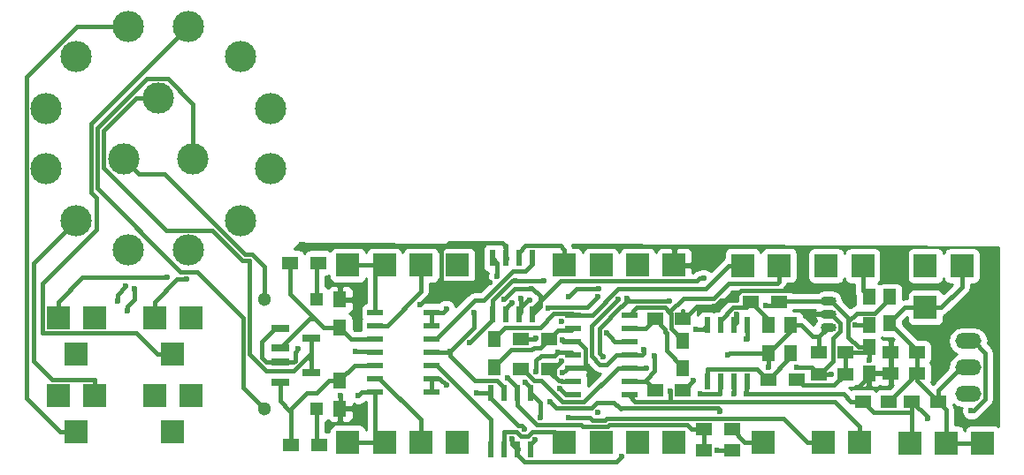
<source format=gtl>
G04 #@! TF.FileFunction,Copper,L1,Top,Signal*
%FSLAX46Y46*%
G04 Gerber Fmt 4.6, Leading zero omitted, Abs format (unit mm)*
G04 Created by KiCad (PCBNEW (2015-04-22 BZR 5620)-product) date 02/05/2015 11:23:22*
%MOMM*%
G01*
G04 APERTURE LIST*
%ADD10C,0.100000*%
%ADD11R,2.235200X2.235200*%
%ADD12R,1.300000X1.300000*%
%ADD13C,1.300000*%
%ADD14R,1.500000X1.250000*%
%ADD15R,1.250000X1.500000*%
%ADD16R,1.800860X0.800100*%
%ADD17R,1.500000X1.300000*%
%ADD18R,1.300000X1.500000*%
%ADD19O,3.000000X3.000000*%
%ADD20C,3.000000*%
%ADD21R,0.600000X1.550000*%
%ADD22R,1.500000X0.600000*%
%ADD23O,1.501140X0.899160*%
%ADD24O,2.499360X1.501140*%
%ADD25C,0.600000*%
%ADD26C,0.400000*%
%ADD27C,0.254000*%
G04 APERTURE END LIST*
D10*
D11*
X103500000Y-70750000D03*
X94250000Y-70750000D03*
D12*
X119000000Y-69000000D03*
D13*
X114000000Y-69000000D03*
D12*
X119000000Y-79500000D03*
D13*
X114000000Y-79500000D03*
D14*
X176000000Y-78800000D03*
X178500000Y-78800000D03*
X171300000Y-78800000D03*
X173800000Y-78800000D03*
X167100000Y-74100000D03*
X169600000Y-74100000D03*
D15*
X173900000Y-71300000D03*
X173900000Y-68800000D03*
D14*
X169600000Y-76200000D03*
X167100000Y-76200000D03*
X174000000Y-74100000D03*
X176500000Y-74100000D03*
D15*
X171900000Y-73600000D03*
X171900000Y-76100000D03*
D14*
X174000000Y-76100000D03*
X176500000Y-76100000D03*
D16*
X115497720Y-71800000D03*
X115497720Y-73700000D03*
X118500000Y-72750000D03*
X115497720Y-75050000D03*
X115497720Y-76950000D03*
X118500000Y-76000000D03*
D11*
X96000000Y-74250000D03*
X107000000Y-78250000D03*
X105250000Y-81750000D03*
X97750000Y-70750000D03*
X103500000Y-78250000D03*
X105250000Y-74250000D03*
X107000000Y-70750000D03*
X96000000Y-81750000D03*
X94250000Y-78250000D03*
X97750000Y-78250000D03*
X179300000Y-82800000D03*
X182800000Y-82800000D03*
X175800000Y-82800000D03*
X177300000Y-69800000D03*
X171030000Y-82740000D03*
X159800000Y-65760000D03*
X122000000Y-82750000D03*
X122000000Y-65750000D03*
X142750000Y-82750000D03*
X142750000Y-65750000D03*
X163300000Y-65760000D03*
X167540000Y-82740000D03*
X129000000Y-65750000D03*
X132500000Y-65750000D03*
X125500000Y-65750000D03*
X129000000Y-82750000D03*
X132500000Y-82750000D03*
X125500000Y-82750000D03*
X167800000Y-65800000D03*
X177300000Y-65800000D03*
X161800000Y-82700000D03*
X180800000Y-65800000D03*
X171300000Y-65800000D03*
X146250000Y-65750000D03*
X153250000Y-82750000D03*
X146250000Y-82750000D03*
X149750000Y-65750000D03*
X153250000Y-65750000D03*
X149750000Y-82750000D03*
D17*
X116500000Y-65500000D03*
X119200000Y-65500000D03*
X116550000Y-83000000D03*
X119250000Y-83000000D03*
D18*
X121250000Y-79500000D03*
X121250000Y-76800000D03*
X121250000Y-69050000D03*
X121250000Y-71750000D03*
X162300000Y-71500000D03*
X162300000Y-74200000D03*
D17*
X163300000Y-69300000D03*
X160600000Y-69300000D03*
D18*
X164400000Y-74200000D03*
X164400000Y-71500000D03*
D17*
X162250000Y-76700000D03*
X164950000Y-76700000D03*
D18*
X171900000Y-68800000D03*
X171900000Y-71500000D03*
D17*
X141300000Y-72800000D03*
X138600000Y-72800000D03*
X141300000Y-75700000D03*
X138600000Y-75700000D03*
X158800000Y-81500000D03*
X156100000Y-81500000D03*
X158800000Y-83500000D03*
X156100000Y-83500000D03*
X154100000Y-77700000D03*
X151400000Y-77700000D03*
X154100000Y-70900000D03*
X151400000Y-70900000D03*
D18*
X136000000Y-72850000D03*
X136000000Y-75550000D03*
X154100000Y-72950000D03*
X154100000Y-75650000D03*
D19*
X100985333Y-64308885D03*
X96009339Y-61435994D03*
X93136448Y-56460000D03*
X93136448Y-50714218D03*
X96009339Y-45738224D03*
X100985333Y-42865333D03*
X106731115Y-42865333D03*
X111707109Y-45738224D03*
X114580000Y-50714218D03*
X114580000Y-56460000D03*
X111707109Y-61435994D03*
X106731115Y-64308885D03*
D20*
X103858224Y-49737109D03*
X100524026Y-55512109D03*
X107192422Y-55512109D03*
D21*
X160205000Y-71500000D03*
X158935000Y-71500000D03*
X157665000Y-71500000D03*
X156395000Y-71500000D03*
X156395000Y-76900000D03*
X157665000Y-76900000D03*
X158935000Y-76900000D03*
X160205000Y-76900000D03*
D22*
X149000000Y-78120000D03*
X149000000Y-76850000D03*
X149000000Y-75580000D03*
X149000000Y-74310000D03*
X149000000Y-73040000D03*
X149000000Y-71770000D03*
X149000000Y-70500000D03*
X143600000Y-70500000D03*
X143600000Y-71770000D03*
X143600000Y-73040000D03*
X143600000Y-74310000D03*
X143600000Y-75580000D03*
X143600000Y-76850000D03*
X143600000Y-78120000D03*
X124600000Y-70250000D03*
X124600000Y-71520000D03*
X124600000Y-72790000D03*
X124600000Y-74060000D03*
X124600000Y-75330000D03*
X124600000Y-76600000D03*
X124600000Y-77870000D03*
X130000000Y-77870000D03*
X130000000Y-76600000D03*
X130000000Y-75330000D03*
X130000000Y-74060000D03*
X130000000Y-72790000D03*
X130000000Y-71520000D03*
X130000000Y-70250000D03*
D23*
X168000000Y-70430000D03*
X168000000Y-71700000D03*
X168000000Y-69160000D03*
D21*
X135690000Y-83400000D03*
X136960000Y-83400000D03*
X138230000Y-83400000D03*
X139500000Y-83400000D03*
X139500000Y-78000000D03*
X138230000Y-78000000D03*
X136960000Y-78000000D03*
X135690000Y-78000000D03*
X139655000Y-65050000D03*
X138385000Y-65050000D03*
X137115000Y-65050000D03*
X135845000Y-65050000D03*
X135845000Y-70450000D03*
X137115000Y-70450000D03*
X138385000Y-70450000D03*
X139655000Y-70450000D03*
D24*
X181400000Y-75540000D03*
X181400000Y-73000000D03*
X181400000Y-78080000D03*
D25*
X160200000Y-78099990D03*
X181700000Y-79700000D03*
X177500000Y-80400000D03*
X117250000Y-73750000D03*
X122750000Y-74000000D03*
X171900000Y-74849998D03*
X138100000Y-67200000D03*
X136305018Y-66805018D03*
X133644230Y-73144230D03*
X139957816Y-82468163D03*
X143100000Y-68800000D03*
X140800000Y-67199992D03*
X140449998Y-80349999D03*
X139000000Y-77000000D03*
X142127692Y-74098702D03*
X139992707Y-75945805D03*
X146473951Y-74548616D03*
X146010000Y-67967623D03*
X148750002Y-68960000D03*
X152787338Y-69193384D03*
X162027050Y-69590175D03*
X170800000Y-77500000D03*
X168300000Y-76200000D03*
X123000000Y-69000000D03*
X155100000Y-76800000D03*
X165000000Y-75500000D03*
X137100000Y-63900000D03*
X128900000Y-69500000D03*
X157081713Y-69700020D03*
X121300000Y-78200000D03*
X137706520Y-82400007D03*
X135644981Y-67444981D03*
X142550032Y-76070000D03*
X148183400Y-84087602D03*
X142550002Y-72930000D03*
X142461942Y-71154703D03*
X145950000Y-79830000D03*
X166120000Y-68170000D03*
X101550000Y-67980000D03*
X100920000Y-70080000D03*
X100740000Y-67760000D03*
X99920000Y-69220000D03*
X104670000Y-66910000D03*
X106573995Y-67059979D03*
X152849998Y-77800000D03*
X155758946Y-78045229D03*
X157600000Y-79749989D03*
X141400000Y-78849998D03*
X134300000Y-78000000D03*
X123000000Y-78200000D03*
X138935346Y-81425323D03*
X125500000Y-65750000D03*
X136990239Y-68995278D03*
X156100000Y-67000000D03*
X139599998Y-68000000D03*
X159234174Y-70470021D03*
X143100000Y-80349999D03*
X142280223Y-77530021D03*
X159000000Y-78099990D03*
X160200000Y-72800000D03*
X170600000Y-71500000D03*
X131417237Y-69927259D03*
X131440019Y-77259981D03*
X140019239Y-72699979D03*
X146800018Y-72255642D03*
X150600000Y-75600000D03*
X142450796Y-74954868D03*
X137340000Y-76550000D03*
X137710266Y-69343962D03*
X151387983Y-74403859D03*
X150300000Y-73800000D03*
X155300000Y-71900000D03*
X118464666Y-74700020D03*
X131764490Y-74034008D03*
X162300000Y-75500000D03*
X157350002Y-83500000D03*
X158400000Y-74349998D03*
X138600000Y-68900000D03*
X134057717Y-70299990D03*
X147869988Y-69029988D03*
X139450000Y-69090000D03*
X145940000Y-68800000D03*
X141180000Y-69900002D03*
D26*
X134400000Y-66790971D02*
X135183069Y-66790971D01*
X134400000Y-66700000D02*
X134400000Y-66790971D01*
X119000000Y-69000000D02*
X119000000Y-65700000D01*
X119000000Y-65700000D02*
X119200000Y-65500000D01*
X100524026Y-55512109D02*
X102024025Y-57012108D01*
X102024025Y-57012108D02*
X104471221Y-57012108D01*
X104471221Y-57012108D02*
X112159103Y-64699990D01*
X112159103Y-64699990D02*
X112848532Y-64699990D01*
X112848532Y-64699990D02*
X114000000Y-65851458D01*
X114000000Y-65851458D02*
X114000000Y-65879998D01*
X114000000Y-65879998D02*
X114000000Y-68080762D01*
X114000000Y-68080762D02*
X114000000Y-69000000D01*
X119000000Y-79500000D02*
X119000000Y-82750000D01*
X119000000Y-82750000D02*
X119250000Y-83000000D01*
X107192422Y-55512109D02*
X107192422Y-50259305D01*
X105997989Y-66359978D02*
X107545603Y-66359978D01*
X98024015Y-58386004D02*
X105997989Y-66359978D01*
X107192422Y-50259305D02*
X104770225Y-47837108D01*
X102788363Y-47837108D02*
X98024015Y-52601456D01*
X98024015Y-52601456D02*
X98024015Y-58386004D01*
X113350001Y-78850001D02*
X114000000Y-79500000D01*
X111999991Y-70814366D02*
X111999991Y-77499991D01*
X111999991Y-77499991D02*
X113350001Y-78850001D01*
X107545603Y-66359978D02*
X111999991Y-70814366D01*
X104770225Y-47837108D02*
X102788363Y-47837108D01*
X160200000Y-78099990D02*
X160200000Y-76905000D01*
X160200000Y-76905000D02*
X160205000Y-76900000D01*
X176000000Y-82600000D02*
X175800000Y-82800000D01*
X176000000Y-78800000D02*
X176000000Y-82600000D01*
X181906275Y-79700000D02*
X181700000Y-79700000D01*
X183049690Y-78556585D02*
X181906275Y-79700000D01*
X183049690Y-74150580D02*
X183049690Y-78556585D01*
X181899110Y-73000000D02*
X183049690Y-74150580D01*
X181400000Y-73000000D02*
X181899110Y-73000000D01*
X177500000Y-80300000D02*
X176000000Y-78800000D01*
X177500000Y-80400000D02*
X177500000Y-80300000D01*
X172325001Y-79825001D02*
X171300000Y-78800000D01*
X175999999Y-79825001D02*
X172325001Y-79825001D01*
X176000000Y-78800000D02*
X175999999Y-79825001D01*
X160624264Y-78099990D02*
X160200000Y-78099990D01*
X169449990Y-78099990D02*
X160624264Y-78099990D01*
X170150000Y-78800000D02*
X169449990Y-78099990D01*
X171300000Y-78800000D02*
X170150000Y-78800000D01*
X117250000Y-73750000D02*
X116950001Y-74049999D01*
X116950001Y-74049999D02*
X116950001Y-74898149D01*
X116950001Y-74898149D02*
X116798150Y-75050000D01*
X116798150Y-75050000D02*
X115497720Y-75050000D01*
X115547720Y-71750000D02*
X115497720Y-71800000D01*
X122750000Y-74000000D02*
X124540000Y-74000000D01*
X124540000Y-74000000D02*
X124600000Y-74060000D01*
X113750000Y-73047340D02*
X113750000Y-74602710D01*
X113750000Y-74602710D02*
X114197290Y-75050000D01*
X114197290Y-75050000D02*
X115497720Y-75050000D01*
X115497720Y-71800000D02*
X114997340Y-71800000D01*
X114997340Y-71800000D02*
X113750000Y-73047340D01*
X163400000Y-69400000D02*
X163300000Y-69300000D01*
X171400000Y-74100000D02*
X171900000Y-73600000D01*
X169600000Y-74100000D02*
X171400000Y-74100000D01*
X168574999Y-77225001D02*
X169600000Y-76200000D01*
X165575001Y-77225001D02*
X168574999Y-77225001D01*
X165050000Y-76700000D02*
X165575001Y-77225001D01*
X164950000Y-76700000D02*
X165050000Y-76700000D01*
X171900000Y-74849998D02*
X171900000Y-73600000D01*
X170875000Y-73600000D02*
X171900000Y-73600000D01*
X169899999Y-72624999D02*
X170875000Y-73600000D01*
X169899999Y-71163999D02*
X169899999Y-72624999D01*
X170713999Y-70349999D02*
X169899999Y-71163999D01*
X172475001Y-70349999D02*
X170713999Y-70349999D01*
X173900000Y-68925000D02*
X172475001Y-70349999D01*
X173900000Y-68800000D02*
X173900000Y-68925000D01*
X168300990Y-69160000D02*
X168000000Y-69160000D01*
X169899999Y-70759009D02*
X168300990Y-69160000D01*
X169899999Y-71163999D02*
X169899999Y-70759009D01*
X169600000Y-74100000D02*
X169600000Y-76200000D01*
X163440000Y-69160000D02*
X163300000Y-69300000D01*
X168000000Y-69160000D02*
X163440000Y-69160000D01*
X135845000Y-69104515D02*
X137749515Y-67200000D01*
X137749515Y-67200000D02*
X138100000Y-67200000D01*
X135845000Y-70450000D02*
X135845000Y-69104515D01*
X136305018Y-65510018D02*
X135845000Y-65050000D01*
X136305018Y-66805018D02*
X136305018Y-65510018D01*
X135845000Y-70943460D02*
X133644230Y-73144230D01*
X135845000Y-70450000D02*
X135845000Y-70943460D01*
X139500000Y-83400000D02*
X139500000Y-82925979D01*
X139500000Y-82925979D02*
X139657817Y-82768162D01*
X139657817Y-82768162D02*
X139957816Y-82468163D01*
X138100000Y-67200000D02*
X140799992Y-67200000D01*
X140799992Y-67200000D02*
X140800000Y-67199992D01*
X140449998Y-78949998D02*
X139500000Y-78000000D01*
X140449998Y-80349999D02*
X140449998Y-78949998D01*
X139500000Y-77500000D02*
X139000000Y-77000000D01*
X139500000Y-78000000D02*
X139500000Y-77500000D01*
X142551956Y-74098702D02*
X142127692Y-74098702D01*
X143600000Y-74310000D02*
X143388702Y-74098702D01*
X143388702Y-74098702D02*
X142551956Y-74098702D01*
X141827693Y-74398701D02*
X142127692Y-74098702D01*
X140481297Y-74398701D02*
X141827693Y-74398701D01*
X139992707Y-74887291D02*
X140481297Y-74398701D01*
X139992707Y-75945805D02*
X139992707Y-74887291D01*
X145585736Y-67967623D02*
X146010000Y-67967623D01*
X143100000Y-68800000D02*
X143932377Y-67967623D01*
X143932377Y-67967623D02*
X145585736Y-67967623D01*
X148763998Y-69000000D02*
X148750002Y-68986004D01*
X148750002Y-68986004D02*
X148750002Y-68960000D01*
X148763998Y-69000000D02*
X148763998Y-69152004D01*
X146096751Y-74171416D02*
X146173952Y-74248617D01*
X148763998Y-69152004D02*
X148196001Y-69720001D01*
X148196001Y-69720001D02*
X148146001Y-69720001D01*
X148146001Y-69720001D02*
X146096751Y-71769251D01*
X146096751Y-71769251D02*
X146096751Y-74171416D01*
X146173952Y-74248617D02*
X146473951Y-74548616D01*
X148763998Y-69000000D02*
X148957382Y-69193384D01*
X148957382Y-69193384D02*
X152363074Y-69193384D01*
X152363074Y-69193384D02*
X152787338Y-69193384D01*
X162451314Y-69590175D02*
X162027050Y-69590175D01*
X163009825Y-69590175D02*
X162451314Y-69590175D01*
X163300000Y-69300000D02*
X163009825Y-69590175D01*
X174000000Y-74100000D02*
X174000000Y-76100000D01*
X174000000Y-76100000D02*
X171900000Y-76100000D01*
X168300990Y-70430000D02*
X168000000Y-70430000D01*
X169150580Y-71279590D02*
X168300990Y-70430000D01*
X169150580Y-72051911D02*
X169150580Y-71279590D01*
X168449999Y-72752492D02*
X169150580Y-72051911D01*
X168449999Y-74975001D02*
X168449999Y-72752492D01*
X167225000Y-76200000D02*
X168449999Y-74975001D01*
X167100000Y-76200000D02*
X167225000Y-76200000D01*
X171900000Y-76400000D02*
X170800000Y-77500000D01*
X171900000Y-76100000D02*
X171900000Y-76400000D01*
X168300000Y-76200000D02*
X167100000Y-76200000D01*
X122950000Y-69050000D02*
X123000000Y-69000000D01*
X121250000Y-69050000D02*
X122950000Y-69050000D01*
X144750000Y-75580000D02*
X143600000Y-75580000D01*
X144750001Y-73740001D02*
X144750000Y-75580000D01*
X144050000Y-73040000D02*
X144750001Y-73740001D01*
X143600000Y-73040000D02*
X144050000Y-73040000D01*
X154200000Y-77700000D02*
X155100000Y-76800000D01*
X154100000Y-77700000D02*
X154200000Y-77700000D01*
X166400000Y-75500000D02*
X165000000Y-75500000D01*
X167100000Y-76200000D02*
X166400000Y-75500000D01*
X137100000Y-65035000D02*
X137115000Y-65050000D01*
X137100000Y-63900000D02*
X137100000Y-65035000D01*
X136800001Y-63600001D02*
X137100000Y-63900000D01*
X131694797Y-63600001D02*
X136800001Y-63600001D01*
X130982399Y-64312399D02*
X131694797Y-63600001D01*
X130982399Y-67417601D02*
X130982399Y-64312399D01*
X128900000Y-69500000D02*
X130982399Y-67417601D01*
X154100000Y-70900000D02*
X154100000Y-70100010D01*
X154200000Y-70900000D02*
X155399980Y-69700020D01*
X154100000Y-70900000D02*
X154200000Y-70900000D01*
X156657449Y-69700020D02*
X157081713Y-69700020D01*
X155399980Y-69700020D02*
X156657449Y-69700020D01*
X121300000Y-79450000D02*
X121250000Y-79500000D01*
X121300000Y-78200000D02*
X121300000Y-79450000D01*
X137706520Y-82876520D02*
X138230000Y-83400000D01*
X137706520Y-82400007D02*
X137706520Y-82876520D01*
X131009779Y-67444981D02*
X130982399Y-67417601D01*
X135644981Y-67444981D02*
X131009779Y-67444981D01*
X143600000Y-75580000D02*
X143040032Y-75580000D01*
X143040032Y-75580000D02*
X142850031Y-75770001D01*
X142850031Y-75770001D02*
X142550032Y-76070000D01*
X147696001Y-84575001D02*
X148183400Y-84087602D01*
X138930001Y-84575001D02*
X147696001Y-84575001D01*
X138230000Y-83875000D02*
X138930001Y-84575001D01*
X138230000Y-83400000D02*
X138230000Y-83875000D01*
X142660002Y-73040000D02*
X142550002Y-72930000D01*
X143600000Y-73040000D02*
X142660002Y-73040000D01*
X159190000Y-69070000D02*
X157711733Y-69070000D01*
X159190000Y-68589998D02*
X159190000Y-69070000D01*
X159609998Y-68170000D02*
X159190000Y-68589998D01*
X166120000Y-68170000D02*
X159609998Y-68170000D01*
X157711733Y-69070000D02*
X157081713Y-69700020D01*
X116500000Y-68520002D02*
X118880456Y-70900458D01*
X118880456Y-70900458D02*
X119729998Y-71750000D01*
X115497720Y-73700000D02*
X115529518Y-73700000D01*
X115529518Y-73700000D02*
X118329060Y-70900458D01*
X118329060Y-70900458D02*
X118880456Y-70900458D01*
X124600000Y-72790000D02*
X122290000Y-72790000D01*
X122290000Y-72790000D02*
X121250000Y-71750000D01*
X116500000Y-65500000D02*
X116500000Y-68520002D01*
X119729998Y-71750000D02*
X120200000Y-71750000D01*
X120200000Y-71750000D02*
X121250000Y-71750000D01*
X118098282Y-77950000D02*
X116399141Y-79649141D01*
X120200000Y-76800000D02*
X119050000Y-77950000D01*
X119050000Y-77950000D02*
X118098282Y-77950000D01*
X121250000Y-76800000D02*
X120200000Y-76800000D01*
X116550000Y-79800000D02*
X116399141Y-79649141D01*
X116399141Y-79649141D02*
X115497720Y-78747720D01*
X124600000Y-75330000D02*
X122620000Y-75330000D01*
X122620000Y-75330000D02*
X121250000Y-76700000D01*
X121250000Y-76700000D02*
X121250000Y-76800000D01*
X115497720Y-78747720D02*
X115497720Y-76950000D01*
X116550000Y-83000000D02*
X116550000Y-79800000D01*
X101550000Y-69025736D02*
X101550000Y-67980000D01*
X100920000Y-70080000D02*
X100920000Y-69655736D01*
X100920000Y-69655736D02*
X101550000Y-69025736D01*
X99920000Y-69220000D02*
X99920000Y-68580000D01*
X99920000Y-68580000D02*
X100740000Y-67760000D01*
X105250000Y-74250000D02*
X103732400Y-74250000D01*
X103732400Y-74250000D02*
X101750001Y-72267601D01*
X101750001Y-72267601D02*
X92812399Y-72267601D01*
X92812399Y-72267601D02*
X92732399Y-72187601D01*
X92732399Y-72187601D02*
X92732399Y-67524936D01*
X92732399Y-67524936D02*
X97909340Y-62347995D01*
X97909340Y-62347995D02*
X97909340Y-59269432D01*
X97909340Y-59269432D02*
X97424005Y-58784097D01*
X97424005Y-58784097D02*
X97424005Y-52172443D01*
X97424005Y-52172443D02*
X105231116Y-44365332D01*
X105231116Y-44365332D02*
X106731115Y-42865333D01*
X94250000Y-70750000D02*
X94250000Y-69232400D01*
X94250000Y-69232400D02*
X96572400Y-66910000D01*
X96572400Y-66910000D02*
X104670000Y-66910000D01*
X96000000Y-81750000D02*
X94482400Y-81750000D01*
X94482400Y-81750000D02*
X91236447Y-78504047D01*
X91236447Y-78504047D02*
X91236447Y-47699114D01*
X91236447Y-47699114D02*
X96070228Y-42865333D01*
X96070228Y-42865333D02*
X98864013Y-42865333D01*
X98864013Y-42865333D02*
X100985333Y-42865333D01*
X97750000Y-78250000D02*
X97750000Y-76732400D01*
X97750000Y-76732400D02*
X97737600Y-76720000D01*
X97737600Y-76720000D02*
X93710000Y-76720000D01*
X91940000Y-65505333D02*
X94509340Y-62935993D01*
X94509340Y-62935993D02*
X96009339Y-61435994D01*
X93710000Y-76720000D02*
X91940000Y-74950000D01*
X91940000Y-74950000D02*
X91940000Y-65505333D01*
X106149731Y-67059979D02*
X106573995Y-67059979D01*
X105672421Y-67059979D02*
X106149731Y-67059979D01*
X103500000Y-69232400D02*
X105672421Y-67059979D01*
X103500000Y-70750000D02*
X103500000Y-69232400D01*
X149480000Y-78800000D02*
X152771102Y-78800000D01*
X152771102Y-78800000D02*
X168607600Y-78800000D01*
X152849998Y-77800000D02*
X152849998Y-78721104D01*
X152849998Y-78721104D02*
X152771102Y-78800000D01*
X149000000Y-78120000D02*
X148950000Y-78170000D01*
X148950000Y-78170000D02*
X148950000Y-78270000D01*
X148950000Y-78270000D02*
X149480000Y-78800000D01*
X168607600Y-78800000D02*
X171030000Y-81222400D01*
X171030000Y-81222400D02*
X171030000Y-82740000D01*
X156236002Y-68000000D02*
X158476002Y-65760000D01*
X145410000Y-70500000D02*
X147910000Y-68000000D01*
X147910000Y-68000000D02*
X156236002Y-68000000D01*
X143600000Y-70500000D02*
X145410000Y-70500000D01*
X158476002Y-65760000D02*
X159800000Y-65760000D01*
X143600000Y-70500000D02*
X143500009Y-70400009D01*
X143500009Y-70400009D02*
X141715995Y-70400009D01*
X141715995Y-70400009D02*
X140416004Y-71700000D01*
X140416004Y-71700000D02*
X137050000Y-71700000D01*
X137050000Y-71700000D02*
X136000000Y-72750000D01*
X136000000Y-72750000D02*
X136000000Y-72850000D01*
X155758946Y-78045229D02*
X155813707Y-78099990D01*
X155813707Y-78099990D02*
X157600000Y-78099990D01*
X157600000Y-78099990D02*
X157600000Y-76965000D01*
X157600000Y-76965000D02*
X157665000Y-76900000D01*
X157420010Y-79420010D02*
X157600000Y-79600000D01*
X157600000Y-79600000D02*
X157600000Y-79749989D01*
X148020010Y-79420010D02*
X157420010Y-79420010D01*
X148020010Y-79420010D02*
X148100000Y-79500000D01*
X134300000Y-78000000D02*
X135690000Y-78000000D01*
X124600000Y-77870000D02*
X123330000Y-77870000D01*
X123330000Y-77870000D02*
X123000000Y-78200000D01*
X125500000Y-82750000D02*
X122000000Y-82750000D01*
X124600000Y-77870000D02*
X124600000Y-81850000D01*
X124600000Y-81850000D02*
X125500000Y-82750000D01*
X138635347Y-81125324D02*
X138935346Y-81425323D01*
X135690000Y-78475000D02*
X138309988Y-81094988D01*
X135690000Y-78000000D02*
X135690000Y-78475000D01*
X138309988Y-81094988D02*
X138605011Y-81094988D01*
X138605011Y-81094988D02*
X138635347Y-81125324D01*
X147479999Y-78879999D02*
X148020010Y-79420010D01*
X145863999Y-78879999D02*
X147479999Y-78879999D01*
X141970012Y-79420010D02*
X145323988Y-79420010D01*
X141400000Y-78849998D02*
X141970012Y-79420010D01*
X145323988Y-79420010D02*
X145863999Y-78879999D01*
X125500000Y-65750000D02*
X122000000Y-65750000D01*
X124600000Y-70250000D02*
X124600000Y-66650000D01*
X124600000Y-66650000D02*
X125500000Y-65750000D01*
X139699996Y-68000004D02*
X139700001Y-67999999D01*
X137985513Y-68000004D02*
X139699996Y-68000004D01*
X136990239Y-68995278D02*
X137985513Y-68000004D01*
X139700001Y-67999999D02*
X139700000Y-68000000D01*
X139700000Y-68000000D02*
X139599998Y-68000000D01*
X140400000Y-68699998D02*
X139700001Y-67999999D01*
X140400000Y-69705000D02*
X140400000Y-68699998D01*
X139655000Y-70450000D02*
X140400000Y-69705000D01*
X139655000Y-70450000D02*
X139655000Y-69975000D01*
X139655000Y-69975000D02*
X142362399Y-67267601D01*
X142362399Y-67267601D02*
X155408135Y-67267601D01*
X155408135Y-67267601D02*
X155675736Y-67000000D01*
X155675736Y-67000000D02*
X156100000Y-67000000D01*
X159234174Y-70894285D02*
X159234174Y-70470021D01*
X158935000Y-71500000D02*
X159234174Y-71200826D01*
X159234174Y-71200826D02*
X159234174Y-70894285D01*
X142750000Y-82750000D02*
X141945002Y-82750000D01*
X139651682Y-81744989D02*
X139271347Y-82125324D01*
X141744989Y-81744989D02*
X139651682Y-81744989D01*
X142750000Y-82750000D02*
X141744989Y-81744989D01*
X139271347Y-82125324D02*
X138599345Y-82125324D01*
X138174021Y-81700000D02*
X136960000Y-81700000D01*
X136960000Y-81700000D02*
X136960000Y-83400000D01*
X138599345Y-82125324D02*
X138174021Y-81700000D01*
X139034999Y-63874999D02*
X138385000Y-64524998D01*
X142750000Y-65750000D02*
X142750000Y-64232400D01*
X142392599Y-63874999D02*
X139034999Y-63874999D01*
X138385000Y-64524998D02*
X138385000Y-65050000D01*
X142750000Y-64232400D02*
X142392599Y-63874999D01*
X152949999Y-70329997D02*
X152949999Y-71799999D01*
X152949999Y-71799999D02*
X154100000Y-72950000D01*
X152870052Y-70250050D02*
X152949999Y-70329997D01*
X149000000Y-70500000D02*
X149500002Y-70500000D01*
X152814048Y-70250050D02*
X152870052Y-70250050D01*
X149000000Y-70500000D02*
X149689999Y-69810001D01*
X149689999Y-69810001D02*
X152373999Y-69810001D01*
X152373999Y-69810001D02*
X152814048Y-70250050D01*
X163300000Y-65760000D02*
X163300000Y-67277600D01*
X163300000Y-67277600D02*
X163127603Y-67449997D01*
X163127603Y-67449997D02*
X158483194Y-67449997D01*
X158483194Y-67449997D02*
X157033191Y-68900000D01*
X157033191Y-68900000D02*
X154120000Y-68900000D01*
X154120000Y-68900000D02*
X152814048Y-70205952D01*
X152814048Y-70205952D02*
X152814048Y-70250050D01*
X142580222Y-77830020D02*
X142280223Y-77530021D01*
X142870202Y-78120000D02*
X142580222Y-77830020D01*
X143600000Y-78120000D02*
X142870202Y-78120000D01*
X166022400Y-82740000D02*
X167540000Y-82740000D01*
X146766003Y-80449999D02*
X163732399Y-80449999D01*
X163732399Y-80449999D02*
X166022400Y-82740000D01*
X146583613Y-80632389D02*
X146766003Y-80449999D01*
X145416387Y-80632389D02*
X146583613Y-80632389D01*
X145133997Y-80349999D02*
X145416387Y-80632389D01*
X143100000Y-80349999D02*
X145133997Y-80349999D01*
X124600000Y-71520000D02*
X125750000Y-71520000D01*
X125750000Y-71520000D02*
X129000000Y-68270000D01*
X129000000Y-68270000D02*
X129000000Y-67267600D01*
X129000000Y-67267600D02*
X129000000Y-65750000D01*
X124600000Y-76600000D02*
X125050000Y-76600000D01*
X125050000Y-76600000D02*
X129000000Y-80550000D01*
X129000000Y-80550000D02*
X129000000Y-81232400D01*
X129000000Y-81232400D02*
X129000000Y-82750000D01*
X159000000Y-78099990D02*
X159000000Y-76965000D01*
X159000000Y-76965000D02*
X158935000Y-76900000D01*
X160205000Y-71500000D02*
X160205000Y-72795000D01*
X160205000Y-72795000D02*
X160200000Y-72800000D01*
X170600000Y-71500000D02*
X171900000Y-71500000D01*
X161800000Y-82700000D02*
X160000000Y-82700000D01*
X160000000Y-82700000D02*
X158800000Y-81500000D01*
X171300000Y-65800000D02*
X171300000Y-68200000D01*
X171300000Y-68200000D02*
X171900000Y-68800000D01*
X130000000Y-70250000D02*
X130000000Y-71520000D01*
X130000000Y-70250000D02*
X131150000Y-70250000D01*
X131417237Y-69982763D02*
X131417237Y-69927259D01*
X131150000Y-70250000D02*
X131417237Y-69982763D01*
X130000000Y-76600000D02*
X130780038Y-76600000D01*
X130780038Y-76600000D02*
X131440019Y-77259981D01*
X130000000Y-76600000D02*
X130000000Y-77870000D01*
X139919218Y-72800000D02*
X140019239Y-72699979D01*
X138600000Y-72800000D02*
X139919218Y-72800000D01*
X149000000Y-73040000D02*
X147584376Y-73040000D01*
X147584376Y-73040000D02*
X147100017Y-72555641D01*
X147100017Y-72555641D02*
X146800018Y-72255642D01*
X150600000Y-75600000D02*
X149020000Y-75600000D01*
X149020000Y-75600000D02*
X149000000Y-75580000D01*
X138600000Y-75700000D02*
X138700000Y-75700000D01*
X144609999Y-78820001D02*
X147850000Y-75580000D01*
X147850000Y-75580000D02*
X149000000Y-75580000D01*
X142529999Y-78820001D02*
X144609999Y-78820001D01*
X139824999Y-76824999D02*
X140534997Y-76824999D01*
X138700000Y-75700000D02*
X139824999Y-76824999D01*
X140534997Y-76824999D02*
X142529999Y-78820001D01*
X162300000Y-71500000D02*
X162300000Y-71000000D01*
X162300000Y-71000000D02*
X160600000Y-69300000D01*
X158919999Y-69770001D02*
X157665000Y-71025000D01*
X157665000Y-71025000D02*
X157665000Y-71500000D01*
X160129999Y-69770001D02*
X158919999Y-69770001D01*
X160600000Y-69300000D02*
X160129999Y-69770001D01*
X162250000Y-76700000D02*
X162150000Y-76700000D01*
X162150000Y-76700000D02*
X161174993Y-75724993D01*
X161174993Y-75724993D02*
X156395000Y-75725000D01*
X156395000Y-75725000D02*
X156395000Y-76900000D01*
X164400000Y-74200000D02*
X164400000Y-74550000D01*
X164400000Y-74550000D02*
X162250000Y-76700000D01*
X139831999Y-73631999D02*
X140468001Y-73631999D01*
X140468001Y-73631999D02*
X141300000Y-72800000D01*
X139613997Y-73850001D02*
X139831999Y-73631999D01*
X136000000Y-75550000D02*
X136000000Y-75450000D01*
X137599999Y-73850001D02*
X139613997Y-73850001D01*
X136000000Y-75450000D02*
X137599999Y-73850001D01*
X141300000Y-72800000D02*
X142095852Y-72004148D01*
X142095852Y-72004148D02*
X143365852Y-72004148D01*
X143365852Y-72004148D02*
X143600000Y-71770000D01*
X141705664Y-75700000D02*
X142150797Y-75254867D01*
X142430001Y-76830001D02*
X142450000Y-76850000D01*
X141300000Y-75700000D02*
X141705664Y-75700000D01*
X142214011Y-76830001D02*
X142430001Y-76830001D01*
X141300000Y-75915990D02*
X142214011Y-76830001D01*
X141300000Y-75700000D02*
X141300000Y-75915990D01*
X142450000Y-76850000D02*
X143600000Y-76850000D01*
X142150797Y-75254867D02*
X142450796Y-74954868D01*
X156100000Y-81500000D02*
X156100000Y-83500000D01*
X137340000Y-76550000D02*
X138230000Y-77440000D01*
X138230000Y-77440000D02*
X138230000Y-78000000D01*
X137115000Y-69939228D02*
X137410267Y-69643961D01*
X137115000Y-70450000D02*
X137115000Y-69939228D01*
X137410267Y-69643961D02*
X137710266Y-69343962D01*
X138230000Y-79175000D02*
X138230000Y-78000000D01*
X144349991Y-81050009D02*
X140105009Y-81050009D01*
X146892147Y-81232399D02*
X144532381Y-81232399D01*
X144532381Y-81232399D02*
X144349991Y-81050009D01*
X147074537Y-81050009D02*
X146892147Y-81232399D01*
X154950000Y-81500000D02*
X154500009Y-81050009D01*
X156100000Y-81500000D02*
X154950000Y-81500000D01*
X154500009Y-81050009D02*
X147074537Y-81050009D01*
X140105009Y-81050009D02*
X138230000Y-79175000D01*
X151387983Y-74403859D02*
X151387983Y-75848019D01*
X151387983Y-75848019D02*
X150550000Y-76686002D01*
X150550000Y-76686002D02*
X150550000Y-76850000D01*
X151400000Y-77700000D02*
X150550000Y-76850000D01*
X150550000Y-76850000D02*
X149000000Y-76850000D01*
X149000000Y-71770000D02*
X150530000Y-71770000D01*
X154100000Y-75550000D02*
X154100000Y-75650000D01*
X150950009Y-71349991D02*
X151400000Y-70900000D01*
X151400000Y-70900000D02*
X152349989Y-71849989D01*
X150530000Y-71770000D02*
X150950009Y-71349991D01*
X152349989Y-71849989D02*
X152349990Y-72118534D01*
X152349990Y-72118534D02*
X152500003Y-72268547D01*
X152500003Y-73950003D02*
X154100000Y-75550000D01*
X152500003Y-72268547D02*
X152500003Y-73950003D01*
X130000000Y-75330000D02*
X130500002Y-75330000D01*
X130500002Y-75330000D02*
X135690000Y-80519998D01*
X135690000Y-80519998D02*
X135690000Y-82225000D01*
X135690000Y-82225000D02*
X135690000Y-83400000D01*
X139655000Y-65624991D02*
X139655000Y-65050000D01*
X139000000Y-66279991D02*
X139655000Y-65624991D01*
X139000000Y-66300000D02*
X139000000Y-66279991D01*
X137800000Y-66300000D02*
X139000000Y-66300000D01*
X135000000Y-69100000D02*
X137800000Y-66300000D01*
X134140000Y-69100000D02*
X135000000Y-69100000D01*
X130450000Y-72790000D02*
X134140000Y-69100000D01*
X130000000Y-72790000D02*
X130450000Y-72790000D01*
X103858224Y-49737109D02*
X101736904Y-49737109D01*
X101736904Y-49737109D02*
X98624025Y-52849988D01*
X98624025Y-52849988D02*
X98624025Y-56424110D01*
X98624025Y-56424110D02*
X104608799Y-62408884D01*
X104608799Y-62408884D02*
X109019455Y-62408884D01*
X109019455Y-62408884D02*
X111910571Y-65300000D01*
X111910571Y-65300000D02*
X112600000Y-65300000D01*
X149000000Y-74310000D02*
X150150000Y-74310000D01*
X150150000Y-74310000D02*
X150300000Y-74160000D01*
X150300000Y-74160000D02*
X150300000Y-73800000D01*
X155300000Y-71900000D02*
X155995000Y-71900000D01*
X155995000Y-71900000D02*
X156395000Y-71500000D01*
X149010000Y-74300000D02*
X149000000Y-74310000D01*
X118500000Y-74664686D02*
X118464666Y-74700020D01*
X118500000Y-74735354D02*
X118464666Y-74700020D01*
X118500000Y-76000000D02*
X118500000Y-74735354D01*
X118500000Y-72750000D02*
X118500000Y-74664686D01*
X173900000Y-71175000D02*
X173900000Y-71300000D01*
X175275000Y-69800000D02*
X173900000Y-71175000D01*
X177300000Y-69800000D02*
X175275000Y-69800000D01*
X180800000Y-67317600D02*
X180800000Y-65800000D01*
X180800000Y-67817600D02*
X180800000Y-67317600D01*
X178817600Y-69800000D02*
X180800000Y-67817600D01*
X177300000Y-69800000D02*
X178817600Y-69800000D01*
X176500000Y-73900000D02*
X173900000Y-71300000D01*
X176500000Y-74100000D02*
X176500000Y-73900000D01*
X176500000Y-76100000D02*
X173800000Y-78800000D01*
X176500000Y-76800000D02*
X178500000Y-78800000D01*
X176500000Y-76100000D02*
X176500000Y-76800000D01*
X167100000Y-72600000D02*
X167100000Y-74100000D01*
X168000000Y-71700000D02*
X167100000Y-72600000D01*
X176500000Y-74100000D02*
X176500000Y-76100000D01*
X182800000Y-82800000D02*
X179300000Y-82800000D01*
X179300000Y-79600000D02*
X178500000Y-78800000D01*
X179300000Y-82800000D02*
X179300000Y-79600000D01*
X178500000Y-77775000D02*
X178500000Y-78800000D01*
X180735000Y-75540000D02*
X178500000Y-77775000D01*
X181400000Y-75540000D02*
X180735000Y-75540000D01*
X164400000Y-72100000D02*
X162300000Y-74200000D01*
X164400000Y-71500000D02*
X164400000Y-72100000D01*
X166550000Y-72600000D02*
X167100000Y-72600000D01*
X165450000Y-71500000D02*
X166550000Y-72600000D01*
X164400000Y-71500000D02*
X165450000Y-71500000D01*
X112600000Y-74301252D02*
X112600000Y-65300000D01*
X114148799Y-75850051D02*
X112600000Y-74301252D01*
X118500000Y-74196692D02*
X116846641Y-75850051D01*
X116846641Y-75850051D02*
X114148799Y-75850051D01*
X118500000Y-72750000D02*
X118500000Y-74196692D01*
X130000000Y-74060000D02*
X131738498Y-74060000D01*
X131738498Y-74060000D02*
X131764490Y-74034008D01*
X162300000Y-74200000D02*
X162300000Y-75500000D01*
X157350002Y-83500000D02*
X158800000Y-83500000D01*
X158549998Y-74200000D02*
X158400000Y-74349998D01*
X162300000Y-74200000D02*
X158549998Y-74200000D01*
X138600000Y-70235000D02*
X138600000Y-68900000D01*
X138385000Y-70450000D02*
X138600000Y-70235000D01*
X134057717Y-71740781D02*
X131764490Y-74034008D01*
X134057717Y-70299990D02*
X134057717Y-71740781D01*
X136960000Y-77474998D02*
X136960000Y-78000000D01*
X136310001Y-76824999D02*
X136960000Y-77474998D01*
X134131217Y-76824999D02*
X136310001Y-76824999D01*
X131764490Y-74458272D02*
X134131217Y-76824999D01*
X131764490Y-74034008D02*
X131764490Y-74458272D01*
X146809952Y-75248617D02*
X146137950Y-75248617D01*
X147748569Y-74310000D02*
X146809952Y-75248617D01*
X149000000Y-74310000D02*
X147748569Y-74310000D01*
X146137950Y-75248617D02*
X145350011Y-74460678D01*
X145350011Y-74460678D02*
X145350011Y-71549965D01*
X145350011Y-71549965D02*
X147569989Y-69329987D01*
X147569989Y-69329987D02*
X147869988Y-69029988D01*
X139270000Y-69090000D02*
X139450000Y-69090000D01*
X138385000Y-69975000D02*
X139270000Y-69090000D01*
X138385000Y-70450000D02*
X138385000Y-69975000D01*
X144940001Y-69799999D02*
X141280003Y-69799999D01*
X145940000Y-68800000D02*
X144940001Y-69799999D01*
X141280003Y-69799999D02*
X141180000Y-69900002D01*
D27*
G36*
X123765000Y-69319051D02*
X123607877Y-69349537D01*
X123395073Y-69489327D01*
X123252623Y-69700360D01*
X123202560Y-69950000D01*
X123202560Y-70550000D01*
X123249537Y-70792123D01*
X123310396Y-70884770D01*
X123252623Y-70970360D01*
X123202560Y-71220000D01*
X123202560Y-71820000D01*
X123228752Y-71955000D01*
X122635868Y-71955000D01*
X122547440Y-71866572D01*
X122547440Y-71000000D01*
X122500463Y-70757877D01*
X122360673Y-70545073D01*
X122149640Y-70402623D01*
X122119208Y-70396520D01*
X122259699Y-70338327D01*
X122438327Y-70159698D01*
X122535000Y-69926309D01*
X122535000Y-69335750D01*
X122535000Y-68764250D01*
X122535000Y-68173691D01*
X122438327Y-67940302D01*
X122259699Y-67761673D01*
X122026310Y-67665000D01*
X121773691Y-67665000D01*
X121535750Y-67665000D01*
X121377000Y-67823750D01*
X121377000Y-68923000D01*
X122376250Y-68923000D01*
X122535000Y-68764250D01*
X122535000Y-69335750D01*
X122376250Y-69177000D01*
X121377000Y-69177000D01*
X121377000Y-69197000D01*
X121123000Y-69197000D01*
X121123000Y-69177000D01*
X121103000Y-69177000D01*
X121103000Y-68923000D01*
X121123000Y-68923000D01*
X121123000Y-67823750D01*
X120964250Y-67665000D01*
X120726309Y-67665000D01*
X120473690Y-67665000D01*
X120240301Y-67761673D01*
X120108421Y-67893553D01*
X119899640Y-67752623D01*
X119835000Y-67739660D01*
X119835000Y-66797440D01*
X119950000Y-66797440D01*
X120192123Y-66750463D01*
X120234960Y-66722323D01*
X120234960Y-66867600D01*
X120281937Y-67109723D01*
X120421727Y-67322527D01*
X120632760Y-67464977D01*
X120882400Y-67515040D01*
X123117600Y-67515040D01*
X123359723Y-67468063D01*
X123572527Y-67328273D01*
X123714977Y-67117240D01*
X123749751Y-66943836D01*
X123765000Y-67022428D01*
X123765000Y-69319051D01*
X123765000Y-69319051D01*
G37*
X123765000Y-69319051D02*
X123607877Y-69349537D01*
X123395073Y-69489327D01*
X123252623Y-69700360D01*
X123202560Y-69950000D01*
X123202560Y-70550000D01*
X123249537Y-70792123D01*
X123310396Y-70884770D01*
X123252623Y-70970360D01*
X123202560Y-71220000D01*
X123202560Y-71820000D01*
X123228752Y-71955000D01*
X122635868Y-71955000D01*
X122547440Y-71866572D01*
X122547440Y-71000000D01*
X122500463Y-70757877D01*
X122360673Y-70545073D01*
X122149640Y-70402623D01*
X122119208Y-70396520D01*
X122259699Y-70338327D01*
X122438327Y-70159698D01*
X122535000Y-69926309D01*
X122535000Y-69335750D01*
X122535000Y-68764250D01*
X122535000Y-68173691D01*
X122438327Y-67940302D01*
X122259699Y-67761673D01*
X122026310Y-67665000D01*
X121773691Y-67665000D01*
X121535750Y-67665000D01*
X121377000Y-67823750D01*
X121377000Y-68923000D01*
X122376250Y-68923000D01*
X122535000Y-68764250D01*
X122535000Y-69335750D01*
X122376250Y-69177000D01*
X121377000Y-69177000D01*
X121377000Y-69197000D01*
X121123000Y-69197000D01*
X121123000Y-69177000D01*
X121103000Y-69177000D01*
X121103000Y-68923000D01*
X121123000Y-68923000D01*
X121123000Y-67823750D01*
X120964250Y-67665000D01*
X120726309Y-67665000D01*
X120473690Y-67665000D01*
X120240301Y-67761673D01*
X120108421Y-67893553D01*
X119899640Y-67752623D01*
X119835000Y-67739660D01*
X119835000Y-66797440D01*
X119950000Y-66797440D01*
X120192123Y-66750463D01*
X120234960Y-66722323D01*
X120234960Y-66867600D01*
X120281937Y-67109723D01*
X120421727Y-67322527D01*
X120632760Y-67464977D01*
X120882400Y-67515040D01*
X123117600Y-67515040D01*
X123359723Y-67468063D01*
X123572527Y-67328273D01*
X123714977Y-67117240D01*
X123749751Y-66943836D01*
X123765000Y-67022428D01*
X123765000Y-69319051D01*
G36*
X123765000Y-81482605D02*
X123750248Y-81556163D01*
X123718063Y-81390277D01*
X123578273Y-81177473D01*
X123367240Y-81035023D01*
X123117600Y-80984960D01*
X122535000Y-80984960D01*
X122535000Y-80376309D01*
X122535000Y-79785750D01*
X122376250Y-79627000D01*
X121377000Y-79627000D01*
X121377000Y-80726250D01*
X121535750Y-80885000D01*
X121773691Y-80885000D01*
X122026310Y-80885000D01*
X122259699Y-80788327D01*
X122438327Y-80609698D01*
X122535000Y-80376309D01*
X122535000Y-80984960D01*
X120882400Y-80984960D01*
X120640277Y-81031937D01*
X120427473Y-81171727D01*
X120285023Y-81382760D01*
X120234960Y-81632400D01*
X120234960Y-81749679D01*
X120000000Y-81702560D01*
X119835000Y-81702560D01*
X119835000Y-80761546D01*
X119892123Y-80750463D01*
X120079409Y-80627435D01*
X120240301Y-80788327D01*
X120473690Y-80885000D01*
X120726309Y-80885000D01*
X120964250Y-80885000D01*
X121123000Y-80726250D01*
X121123000Y-79627000D01*
X121103000Y-79627000D01*
X121103000Y-79373000D01*
X121123000Y-79373000D01*
X121123000Y-79353000D01*
X121377000Y-79353000D01*
X121377000Y-79373000D01*
X122376250Y-79373000D01*
X122535000Y-79214250D01*
X122535000Y-79019318D01*
X122813201Y-79134838D01*
X123185167Y-79135162D01*
X123528943Y-78993117D01*
X123729195Y-78793213D01*
X123765000Y-78800394D01*
X123765000Y-81482605D01*
X123765000Y-81482605D01*
G37*
X123765000Y-81482605D02*
X123750248Y-81556163D01*
X123718063Y-81390277D01*
X123578273Y-81177473D01*
X123367240Y-81035023D01*
X123117600Y-80984960D01*
X122535000Y-80984960D01*
X122535000Y-80376309D01*
X122535000Y-79785750D01*
X122376250Y-79627000D01*
X121377000Y-79627000D01*
X121377000Y-80726250D01*
X121535750Y-80885000D01*
X121773691Y-80885000D01*
X122026310Y-80885000D01*
X122259699Y-80788327D01*
X122438327Y-80609698D01*
X122535000Y-80376309D01*
X122535000Y-80984960D01*
X120882400Y-80984960D01*
X120640277Y-81031937D01*
X120427473Y-81171727D01*
X120285023Y-81382760D01*
X120234960Y-81632400D01*
X120234960Y-81749679D01*
X120000000Y-81702560D01*
X119835000Y-81702560D01*
X119835000Y-80761546D01*
X119892123Y-80750463D01*
X120079409Y-80627435D01*
X120240301Y-80788327D01*
X120473690Y-80885000D01*
X120726309Y-80885000D01*
X120964250Y-80885000D01*
X121123000Y-80726250D01*
X121123000Y-79627000D01*
X121103000Y-79627000D01*
X121103000Y-79373000D01*
X121123000Y-79373000D01*
X121123000Y-79353000D01*
X121377000Y-79353000D01*
X121377000Y-79373000D01*
X122376250Y-79373000D01*
X122535000Y-79214250D01*
X122535000Y-79019318D01*
X122813201Y-79134838D01*
X123185167Y-79135162D01*
X123528943Y-78993117D01*
X123729195Y-78793213D01*
X123765000Y-78800394D01*
X123765000Y-81482605D01*
G36*
X135548504Y-67370627D02*
X134654132Y-68265000D01*
X134140000Y-68265000D01*
X133820459Y-68328561D01*
X133549566Y-68509566D01*
X132342060Y-69717071D01*
X132210354Y-69398316D01*
X131947564Y-69135067D01*
X131604036Y-68992421D01*
X131232070Y-68992097D01*
X130888294Y-69134142D01*
X130719581Y-69302560D01*
X129250000Y-69302560D01*
X129123827Y-69327040D01*
X129590434Y-68860434D01*
X129771439Y-68589541D01*
X129771439Y-68589540D01*
X129835000Y-68270000D01*
X129835000Y-67515040D01*
X130117600Y-67515040D01*
X130359723Y-67468063D01*
X130572527Y-67328273D01*
X130714977Y-67117240D01*
X130749751Y-66943836D01*
X130781937Y-67109723D01*
X130921727Y-67322527D01*
X131132760Y-67464977D01*
X131382400Y-67515040D01*
X133617600Y-67515040D01*
X133859723Y-67468063D01*
X134072527Y-67328273D01*
X134214977Y-67117240D01*
X134265040Y-66867600D01*
X134265040Y-64632400D01*
X134218063Y-64390277D01*
X134078273Y-64177473D01*
X133867240Y-64035023D01*
X133617600Y-63984960D01*
X131382400Y-63984960D01*
X131140277Y-64031937D01*
X130927473Y-64171727D01*
X130785023Y-64382760D01*
X130750248Y-64556163D01*
X130718063Y-64390277D01*
X130578273Y-64177473D01*
X130367240Y-64035023D01*
X130117600Y-63984960D01*
X127882400Y-63984960D01*
X127640277Y-64031937D01*
X127427473Y-64171727D01*
X127285023Y-64382760D01*
X127250248Y-64556163D01*
X127218063Y-64390277D01*
X127078273Y-64177473D01*
X126867240Y-64035023D01*
X126617600Y-63984960D01*
X124382400Y-63984960D01*
X124140277Y-64031937D01*
X123927473Y-64171727D01*
X123785023Y-64382760D01*
X123750248Y-64556163D01*
X123718063Y-64390277D01*
X123578273Y-64177473D01*
X123367240Y-64035023D01*
X123117600Y-63984960D01*
X120882400Y-63984960D01*
X120640277Y-64031937D01*
X120427473Y-64171727D01*
X120318643Y-64332952D01*
X120199640Y-64252623D01*
X119950000Y-64202560D01*
X118450000Y-64202560D01*
X118207877Y-64249537D01*
X117995073Y-64389327D01*
X117852623Y-64600360D01*
X117850783Y-64609530D01*
X117850463Y-64607877D01*
X117710673Y-64395073D01*
X117499640Y-64252623D01*
X117250000Y-64202560D01*
X116858306Y-64202560D01*
X117433865Y-63627000D01*
X117728098Y-63627000D01*
X117735031Y-63631677D01*
X117736562Y-63631988D01*
X117737862Y-63632857D01*
X117867463Y-63658636D01*
X117996933Y-63684993D01*
X135169903Y-63761886D01*
X135090073Y-63814327D01*
X134947623Y-64025360D01*
X134897560Y-64275000D01*
X134897560Y-65825000D01*
X134944537Y-66067123D01*
X135084327Y-66279927D01*
X135295360Y-66422377D01*
X135439498Y-66451282D01*
X135370180Y-66618219D01*
X135369856Y-66990185D01*
X135511901Y-67333961D01*
X135548504Y-67370627D01*
X135548504Y-67370627D01*
G37*
X135548504Y-67370627D02*
X134654132Y-68265000D01*
X134140000Y-68265000D01*
X133820459Y-68328561D01*
X133549566Y-68509566D01*
X132342060Y-69717071D01*
X132210354Y-69398316D01*
X131947564Y-69135067D01*
X131604036Y-68992421D01*
X131232070Y-68992097D01*
X130888294Y-69134142D01*
X130719581Y-69302560D01*
X129250000Y-69302560D01*
X129123827Y-69327040D01*
X129590434Y-68860434D01*
X129771439Y-68589541D01*
X129771439Y-68589540D01*
X129835000Y-68270000D01*
X129835000Y-67515040D01*
X130117600Y-67515040D01*
X130359723Y-67468063D01*
X130572527Y-67328273D01*
X130714977Y-67117240D01*
X130749751Y-66943836D01*
X130781937Y-67109723D01*
X130921727Y-67322527D01*
X131132760Y-67464977D01*
X131382400Y-67515040D01*
X133617600Y-67515040D01*
X133859723Y-67468063D01*
X134072527Y-67328273D01*
X134214977Y-67117240D01*
X134265040Y-66867600D01*
X134265040Y-64632400D01*
X134218063Y-64390277D01*
X134078273Y-64177473D01*
X133867240Y-64035023D01*
X133617600Y-63984960D01*
X131382400Y-63984960D01*
X131140277Y-64031937D01*
X130927473Y-64171727D01*
X130785023Y-64382760D01*
X130750248Y-64556163D01*
X130718063Y-64390277D01*
X130578273Y-64177473D01*
X130367240Y-64035023D01*
X130117600Y-63984960D01*
X127882400Y-63984960D01*
X127640277Y-64031937D01*
X127427473Y-64171727D01*
X127285023Y-64382760D01*
X127250248Y-64556163D01*
X127218063Y-64390277D01*
X127078273Y-64177473D01*
X126867240Y-64035023D01*
X126617600Y-63984960D01*
X124382400Y-63984960D01*
X124140277Y-64031937D01*
X123927473Y-64171727D01*
X123785023Y-64382760D01*
X123750248Y-64556163D01*
X123718063Y-64390277D01*
X123578273Y-64177473D01*
X123367240Y-64035023D01*
X123117600Y-63984960D01*
X120882400Y-63984960D01*
X120640277Y-64031937D01*
X120427473Y-64171727D01*
X120318643Y-64332952D01*
X120199640Y-64252623D01*
X119950000Y-64202560D01*
X118450000Y-64202560D01*
X118207877Y-64249537D01*
X117995073Y-64389327D01*
X117852623Y-64600360D01*
X117850783Y-64609530D01*
X117850463Y-64607877D01*
X117710673Y-64395073D01*
X117499640Y-64252623D01*
X117250000Y-64202560D01*
X116858306Y-64202560D01*
X117433865Y-63627000D01*
X117728098Y-63627000D01*
X117735031Y-63631677D01*
X117736562Y-63631988D01*
X117737862Y-63632857D01*
X117867463Y-63658636D01*
X117996933Y-63684993D01*
X135169903Y-63761886D01*
X135090073Y-63814327D01*
X134947623Y-64025360D01*
X134897560Y-64275000D01*
X134897560Y-65825000D01*
X134944537Y-66067123D01*
X135084327Y-66279927D01*
X135295360Y-66422377D01*
X135439498Y-66451282D01*
X135370180Y-66618219D01*
X135369856Y-66990185D01*
X135511901Y-67333961D01*
X135548504Y-67370627D01*
G36*
X137262000Y-65177000D02*
X137242000Y-65177000D01*
X137242000Y-65197000D01*
X137077755Y-65197000D01*
X137076458Y-65190478D01*
X137076457Y-65190477D01*
X136968000Y-65028160D01*
X136968000Y-64923000D01*
X136988000Y-64923000D01*
X136988000Y-64903000D01*
X137242000Y-64903000D01*
X137242000Y-64923000D01*
X137262000Y-64923000D01*
X137262000Y-65177000D01*
X137262000Y-65177000D01*
G37*
X137262000Y-65177000D02*
X137242000Y-65177000D01*
X137242000Y-65197000D01*
X137077755Y-65197000D01*
X137076458Y-65190478D01*
X137076457Y-65190477D01*
X136968000Y-65028160D01*
X136968000Y-64923000D01*
X136988000Y-64923000D01*
X136988000Y-64903000D01*
X137242000Y-64903000D01*
X137242000Y-64923000D01*
X137262000Y-64923000D01*
X137262000Y-65177000D01*
G36*
X138377000Y-83527000D02*
X138357000Y-83527000D01*
X138357000Y-83547000D01*
X138103000Y-83547000D01*
X138103000Y-83527000D01*
X138083000Y-83527000D01*
X138083000Y-83273000D01*
X138103000Y-83273000D01*
X138103000Y-83253000D01*
X138357000Y-83253000D01*
X138357000Y-83273000D01*
X138377000Y-83273000D01*
X138377000Y-83527000D01*
X138377000Y-83527000D01*
G37*
X138377000Y-83527000D02*
X138357000Y-83527000D01*
X138357000Y-83547000D01*
X138103000Y-83547000D01*
X138103000Y-83527000D01*
X138083000Y-83527000D01*
X138083000Y-83273000D01*
X138103000Y-83273000D01*
X138103000Y-83253000D01*
X138357000Y-83253000D01*
X138357000Y-83273000D01*
X138377000Y-83273000D01*
X138377000Y-83527000D01*
G36*
X143747000Y-73167000D02*
X143727000Y-73167000D01*
X143727000Y-73187000D01*
X143473000Y-73187000D01*
X143473000Y-73167000D01*
X143453000Y-73167000D01*
X143453000Y-72913000D01*
X143473000Y-72913000D01*
X143473000Y-72893000D01*
X143727000Y-72893000D01*
X143727000Y-72913000D01*
X143747000Y-72913000D01*
X143747000Y-73167000D01*
X143747000Y-73167000D01*
G37*
X143747000Y-73167000D02*
X143727000Y-73167000D01*
X143727000Y-73187000D01*
X143473000Y-73187000D01*
X143473000Y-73167000D01*
X143453000Y-73167000D01*
X143453000Y-72913000D01*
X143473000Y-72913000D01*
X143473000Y-72893000D01*
X143727000Y-72893000D01*
X143727000Y-72913000D01*
X143747000Y-72913000D01*
X143747000Y-73167000D01*
G36*
X146165515Y-76083617D02*
X144971931Y-77277200D01*
X144997440Y-77150000D01*
X144997440Y-76550000D01*
X144950463Y-76307877D01*
X144895036Y-76223500D01*
X144985000Y-76006310D01*
X144985000Y-75865750D01*
X144826250Y-75707000D01*
X143727000Y-75707000D01*
X143727000Y-75727000D01*
X143473000Y-75727000D01*
X143473000Y-75707000D01*
X143453000Y-75707000D01*
X143453000Y-75453000D01*
X143473000Y-75453000D01*
X143473000Y-75433000D01*
X143727000Y-75433000D01*
X143727000Y-75453000D01*
X144826250Y-75453000D01*
X144985000Y-75294250D01*
X144985000Y-75276535D01*
X145547516Y-75839051D01*
X145818409Y-76020056D01*
X145818410Y-76020056D01*
X146137950Y-76083617D01*
X146165515Y-76083617D01*
X146165515Y-76083617D01*
G37*
X146165515Y-76083617D02*
X144971931Y-77277200D01*
X144997440Y-77150000D01*
X144997440Y-76550000D01*
X144950463Y-76307877D01*
X144895036Y-76223500D01*
X144985000Y-76006310D01*
X144985000Y-75865750D01*
X144826250Y-75707000D01*
X143727000Y-75707000D01*
X143727000Y-75727000D01*
X143473000Y-75727000D01*
X143473000Y-75707000D01*
X143453000Y-75707000D01*
X143453000Y-75453000D01*
X143473000Y-75453000D01*
X143473000Y-75433000D01*
X143727000Y-75433000D01*
X143727000Y-75453000D01*
X144826250Y-75453000D01*
X144985000Y-75294250D01*
X144985000Y-75276535D01*
X145547516Y-75839051D01*
X145818409Y-76020056D01*
X145818410Y-76020056D01*
X146137950Y-76083617D01*
X146165515Y-76083617D01*
G36*
X153397000Y-82877000D02*
X153377000Y-82877000D01*
X153377000Y-82897000D01*
X153123000Y-82897000D01*
X153123000Y-82877000D01*
X153103000Y-82877000D01*
X153103000Y-82623000D01*
X153123000Y-82623000D01*
X153123000Y-82603000D01*
X153377000Y-82603000D01*
X153377000Y-82623000D01*
X153397000Y-82623000D01*
X153397000Y-82877000D01*
X153397000Y-82877000D01*
G37*
X153397000Y-82877000D02*
X153377000Y-82877000D01*
X153377000Y-82897000D01*
X153123000Y-82897000D01*
X153123000Y-82877000D01*
X153103000Y-82877000D01*
X153103000Y-82623000D01*
X153123000Y-82623000D01*
X153123000Y-82603000D01*
X153377000Y-82603000D01*
X153377000Y-82623000D01*
X153397000Y-82623000D01*
X153397000Y-82877000D01*
G36*
X154247000Y-71027000D02*
X154227000Y-71027000D01*
X154227000Y-71047000D01*
X153973000Y-71047000D01*
X153973000Y-71027000D01*
X153953000Y-71027000D01*
X153953000Y-70773000D01*
X153973000Y-70773000D01*
X153973000Y-70753000D01*
X154227000Y-70753000D01*
X154227000Y-70773000D01*
X154247000Y-70773000D01*
X154247000Y-71027000D01*
X154247000Y-71027000D01*
G37*
X154247000Y-71027000D02*
X154227000Y-71027000D01*
X154227000Y-71047000D01*
X153973000Y-71047000D01*
X153973000Y-71027000D01*
X153953000Y-71027000D01*
X153953000Y-70773000D01*
X153973000Y-70773000D01*
X153973000Y-70753000D01*
X154227000Y-70753000D01*
X154227000Y-70773000D01*
X154247000Y-70773000D01*
X154247000Y-71027000D01*
G36*
X154247000Y-77827000D02*
X154227000Y-77827000D01*
X154227000Y-77847000D01*
X153973000Y-77847000D01*
X153973000Y-77827000D01*
X153953000Y-77827000D01*
X153953000Y-77573000D01*
X153973000Y-77573000D01*
X153973000Y-77553000D01*
X154227000Y-77553000D01*
X154227000Y-77573000D01*
X154247000Y-77573000D01*
X154247000Y-77827000D01*
X154247000Y-77827000D01*
G37*
X154247000Y-77827000D02*
X154227000Y-77827000D01*
X154227000Y-77847000D01*
X153973000Y-77847000D01*
X153973000Y-77827000D01*
X153953000Y-77827000D01*
X153953000Y-77573000D01*
X153973000Y-77573000D01*
X153973000Y-77553000D01*
X154227000Y-77553000D01*
X154227000Y-77573000D01*
X154247000Y-77573000D01*
X154247000Y-77827000D01*
G36*
X159330494Y-68284997D02*
X159252623Y-68400360D01*
X159202560Y-68650000D01*
X159202560Y-68935001D01*
X158919999Y-68935001D01*
X158600459Y-68998561D01*
X158329565Y-69179567D01*
X157431572Y-70077560D01*
X157365000Y-70077560D01*
X157122877Y-70124537D01*
X157030229Y-70185396D01*
X156944640Y-70127623D01*
X156695000Y-70077560D01*
X156095000Y-70077560D01*
X155852877Y-70124537D01*
X155640073Y-70264327D01*
X155497623Y-70475360D01*
X155485000Y-70538304D01*
X155485000Y-70376309D01*
X155485000Y-70123690D01*
X155388327Y-69890301D01*
X155233025Y-69735000D01*
X157033191Y-69735000D01*
X157352731Y-69671439D01*
X157352732Y-69671439D01*
X157623625Y-69490434D01*
X158829062Y-68284997D01*
X159330494Y-68284997D01*
X159330494Y-68284997D01*
G37*
X159330494Y-68284997D02*
X159252623Y-68400360D01*
X159202560Y-68650000D01*
X159202560Y-68935001D01*
X158919999Y-68935001D01*
X158600459Y-68998561D01*
X158329565Y-69179567D01*
X157431572Y-70077560D01*
X157365000Y-70077560D01*
X157122877Y-70124537D01*
X157030229Y-70185396D01*
X156944640Y-70127623D01*
X156695000Y-70077560D01*
X156095000Y-70077560D01*
X155852877Y-70124537D01*
X155640073Y-70264327D01*
X155497623Y-70475360D01*
X155485000Y-70538304D01*
X155485000Y-70376309D01*
X155485000Y-70123690D01*
X155388327Y-69890301D01*
X155233025Y-69735000D01*
X157033191Y-69735000D01*
X157352731Y-69671439D01*
X157352732Y-69671439D01*
X157623625Y-69490434D01*
X158829062Y-68284997D01*
X159330494Y-68284997D01*
G36*
X167247000Y-76327000D02*
X167227000Y-76327000D01*
X167227000Y-76347000D01*
X166973000Y-76347000D01*
X166973000Y-76327000D01*
X166953000Y-76327000D01*
X166953000Y-76073000D01*
X166973000Y-76073000D01*
X166973000Y-76053000D01*
X167227000Y-76053000D01*
X167227000Y-76073000D01*
X167247000Y-76073000D01*
X167247000Y-76327000D01*
X167247000Y-76327000D01*
G37*
X167247000Y-76327000D02*
X167227000Y-76327000D01*
X167227000Y-76347000D01*
X166973000Y-76347000D01*
X166973000Y-76327000D01*
X166953000Y-76327000D01*
X166953000Y-76073000D01*
X166973000Y-76073000D01*
X166973000Y-76053000D01*
X167227000Y-76053000D01*
X167227000Y-76073000D01*
X167247000Y-76073000D01*
X167247000Y-76327000D01*
G36*
X168147000Y-70557000D02*
X168127000Y-70557000D01*
X168127000Y-70577000D01*
X167873000Y-70577000D01*
X167873000Y-70557000D01*
X166781932Y-70557000D01*
X166655019Y-70723935D01*
X166819641Y-71060761D01*
X166669844Y-71284949D01*
X166627698Y-71496830D01*
X166040434Y-70909566D01*
X165769541Y-70728561D01*
X165690219Y-70712782D01*
X165650463Y-70507877D01*
X165510673Y-70295073D01*
X165299640Y-70152623D01*
X165050000Y-70102560D01*
X164666845Y-70102560D01*
X164688415Y-69995000D01*
X166723963Y-69995000D01*
X166655019Y-70136065D01*
X166781932Y-70303000D01*
X167873000Y-70303000D01*
X167873000Y-70283000D01*
X168127000Y-70283000D01*
X168127000Y-70303000D01*
X168147000Y-70303000D01*
X168147000Y-70557000D01*
X168147000Y-70557000D01*
G37*
X168147000Y-70557000D02*
X168127000Y-70557000D01*
X168127000Y-70577000D01*
X167873000Y-70577000D01*
X167873000Y-70557000D01*
X166781932Y-70557000D01*
X166655019Y-70723935D01*
X166819641Y-71060761D01*
X166669844Y-71284949D01*
X166627698Y-71496830D01*
X166040434Y-70909566D01*
X165769541Y-70728561D01*
X165690219Y-70712782D01*
X165650463Y-70507877D01*
X165510673Y-70295073D01*
X165299640Y-70152623D01*
X165050000Y-70102560D01*
X164666845Y-70102560D01*
X164688415Y-69995000D01*
X166723963Y-69995000D01*
X166655019Y-70136065D01*
X166781932Y-70303000D01*
X167873000Y-70303000D01*
X167873000Y-70283000D01*
X168127000Y-70283000D01*
X168127000Y-70303000D01*
X168147000Y-70303000D01*
X168147000Y-70557000D01*
G36*
X174272441Y-72853309D02*
X174127000Y-72998750D01*
X174127000Y-73973000D01*
X174147000Y-73973000D01*
X174147000Y-74227000D01*
X174127000Y-74227000D01*
X174127000Y-74998750D01*
X174127000Y-75201250D01*
X174127000Y-75973000D01*
X174147000Y-75973000D01*
X174147000Y-76227000D01*
X174127000Y-76227000D01*
X174127000Y-77201250D01*
X174172441Y-77246691D01*
X173891572Y-77527560D01*
X173873000Y-77527560D01*
X173873000Y-77201250D01*
X173873000Y-76227000D01*
X173001250Y-76227000D01*
X172773750Y-76227000D01*
X172027000Y-76227000D01*
X172027000Y-77326250D01*
X172185750Y-77485000D01*
X172398691Y-77485000D01*
X172651310Y-77485000D01*
X172884699Y-77388327D01*
X172974728Y-77298297D01*
X173123691Y-77360000D01*
X173714250Y-77360000D01*
X173873000Y-77201250D01*
X173873000Y-77527560D01*
X173050000Y-77527560D01*
X172807877Y-77574537D01*
X172595073Y-77714327D01*
X172550386Y-77780528D01*
X172510673Y-77720073D01*
X172299640Y-77577623D01*
X172050000Y-77527560D01*
X170550000Y-77527560D01*
X170307877Y-77574537D01*
X170185677Y-77654809D01*
X170040424Y-77509556D01*
X169984876Y-77472440D01*
X170350000Y-77472440D01*
X170592123Y-77425463D01*
X170804927Y-77285673D01*
X170808038Y-77281063D01*
X170915301Y-77388327D01*
X171148690Y-77485000D01*
X171401309Y-77485000D01*
X171614250Y-77485000D01*
X171773000Y-77326250D01*
X171773000Y-76227000D01*
X171753000Y-76227000D01*
X171753000Y-75973000D01*
X171773000Y-75973000D01*
X171773000Y-75953000D01*
X172027000Y-75953000D01*
X172027000Y-75973000D01*
X172773750Y-75973000D01*
X173001250Y-75973000D01*
X173873000Y-75973000D01*
X173873000Y-75201250D01*
X173873000Y-74998750D01*
X173873000Y-74227000D01*
X173853000Y-74227000D01*
X173853000Y-73973000D01*
X173873000Y-73973000D01*
X173873000Y-72998750D01*
X173714250Y-72840000D01*
X173170499Y-72840000D01*
X173137489Y-72669863D01*
X173275000Y-72697440D01*
X174116572Y-72697440D01*
X174272441Y-72853309D01*
X174272441Y-72853309D01*
G37*
X174272441Y-72853309D02*
X174127000Y-72998750D01*
X174127000Y-73973000D01*
X174147000Y-73973000D01*
X174147000Y-74227000D01*
X174127000Y-74227000D01*
X174127000Y-74998750D01*
X174127000Y-75201250D01*
X174127000Y-75973000D01*
X174147000Y-75973000D01*
X174147000Y-76227000D01*
X174127000Y-76227000D01*
X174127000Y-77201250D01*
X174172441Y-77246691D01*
X173891572Y-77527560D01*
X173873000Y-77527560D01*
X173873000Y-77201250D01*
X173873000Y-76227000D01*
X173001250Y-76227000D01*
X172773750Y-76227000D01*
X172027000Y-76227000D01*
X172027000Y-77326250D01*
X172185750Y-77485000D01*
X172398691Y-77485000D01*
X172651310Y-77485000D01*
X172884699Y-77388327D01*
X172974728Y-77298297D01*
X173123691Y-77360000D01*
X173714250Y-77360000D01*
X173873000Y-77201250D01*
X173873000Y-77527560D01*
X173050000Y-77527560D01*
X172807877Y-77574537D01*
X172595073Y-77714327D01*
X172550386Y-77780528D01*
X172510673Y-77720073D01*
X172299640Y-77577623D01*
X172050000Y-77527560D01*
X170550000Y-77527560D01*
X170307877Y-77574537D01*
X170185677Y-77654809D01*
X170040424Y-77509556D01*
X169984876Y-77472440D01*
X170350000Y-77472440D01*
X170592123Y-77425463D01*
X170804927Y-77285673D01*
X170808038Y-77281063D01*
X170915301Y-77388327D01*
X171148690Y-77485000D01*
X171401309Y-77485000D01*
X171614250Y-77485000D01*
X171773000Y-77326250D01*
X171773000Y-76227000D01*
X171753000Y-76227000D01*
X171753000Y-75973000D01*
X171773000Y-75973000D01*
X171773000Y-75953000D01*
X172027000Y-75953000D01*
X172027000Y-75973000D01*
X172773750Y-75973000D01*
X173001250Y-75973000D01*
X173873000Y-75973000D01*
X173873000Y-75201250D01*
X173873000Y-74998750D01*
X173873000Y-74227000D01*
X173853000Y-74227000D01*
X173853000Y-73973000D01*
X173873000Y-73973000D01*
X173873000Y-72998750D01*
X173714250Y-72840000D01*
X173170499Y-72840000D01*
X173137489Y-72669863D01*
X173275000Y-72697440D01*
X174116572Y-72697440D01*
X174272441Y-72853309D01*
G36*
X184315000Y-81184762D02*
X184167240Y-81085023D01*
X183917600Y-81034960D01*
X181682400Y-81034960D01*
X181440277Y-81081937D01*
X181227473Y-81221727D01*
X181085023Y-81432760D01*
X181050248Y-81606163D01*
X181018063Y-81440277D01*
X180878273Y-81227473D01*
X180667240Y-81085023D01*
X180417600Y-81034960D01*
X180135000Y-81034960D01*
X180135000Y-79600000D01*
X180071439Y-79280460D01*
X180071439Y-79280459D01*
X179956017Y-79107719D01*
X180333732Y-79360100D01*
X180790969Y-79451049D01*
X180765162Y-79513201D01*
X180764838Y-79885167D01*
X180906883Y-80228943D01*
X181169673Y-80492192D01*
X181513201Y-80634838D01*
X181885167Y-80635162D01*
X182228943Y-80493117D01*
X182300948Y-80421237D01*
X182496709Y-80290434D01*
X183640124Y-79147019D01*
X183821129Y-78876126D01*
X183821129Y-78876125D01*
X183884690Y-78556585D01*
X183884690Y-74150580D01*
X183821129Y-73831040D01*
X183821129Y-73831039D01*
X183640124Y-73560146D01*
X183281514Y-73201536D01*
X183321603Y-73000000D01*
X183216133Y-72469765D01*
X182915779Y-72020254D01*
X182466268Y-71719900D01*
X181936033Y-71614430D01*
X180863967Y-71614430D01*
X180333732Y-71719900D01*
X179884221Y-72020254D01*
X179583867Y-72469765D01*
X179478397Y-73000000D01*
X179583867Y-73530235D01*
X179884221Y-73979746D01*
X180318616Y-74270000D01*
X179884221Y-74560254D01*
X179583867Y-75009765D01*
X179478397Y-75540000D01*
X179490962Y-75603169D01*
X177987500Y-77106632D01*
X177848735Y-76967867D01*
X177897440Y-76725000D01*
X177897440Y-75475000D01*
X177850463Y-75232877D01*
X177762969Y-75099685D01*
X177847377Y-74974640D01*
X177897440Y-74725000D01*
X177897440Y-73475000D01*
X177850463Y-73232877D01*
X177710673Y-73020073D01*
X177499640Y-72877623D01*
X177250000Y-72827560D01*
X176608428Y-72827560D01*
X175172440Y-71391572D01*
X175172440Y-71083428D01*
X175534960Y-70720908D01*
X175534960Y-70917600D01*
X175581937Y-71159723D01*
X175721727Y-71372527D01*
X175932760Y-71514977D01*
X176182400Y-71565040D01*
X178417600Y-71565040D01*
X178659723Y-71518063D01*
X178872527Y-71378273D01*
X179014977Y-71167240D01*
X179065040Y-70917600D01*
X179065040Y-70585780D01*
X179137140Y-70571439D01*
X179137141Y-70571439D01*
X179408034Y-70390434D01*
X181390434Y-68408034D01*
X181571439Y-68137141D01*
X181571439Y-68137140D01*
X181635000Y-67817600D01*
X181635000Y-67565040D01*
X181917600Y-67565040D01*
X182159723Y-67518063D01*
X182372527Y-67378273D01*
X182514977Y-67167240D01*
X182565040Y-66917600D01*
X182565040Y-64682400D01*
X182518063Y-64440277D01*
X182378273Y-64227473D01*
X182167240Y-64085023D01*
X181917600Y-64034960D01*
X179682400Y-64034960D01*
X179440277Y-64081937D01*
X179227473Y-64221727D01*
X179085023Y-64432760D01*
X179050248Y-64606163D01*
X179018063Y-64440277D01*
X178878273Y-64227473D01*
X178667240Y-64085023D01*
X178417600Y-64034960D01*
X176182400Y-64034960D01*
X175940277Y-64081937D01*
X175727473Y-64221727D01*
X175585023Y-64432760D01*
X175534960Y-64682400D01*
X175534960Y-66917600D01*
X175581937Y-67159723D01*
X175721727Y-67372527D01*
X175932760Y-67514977D01*
X176182400Y-67565040D01*
X178417600Y-67565040D01*
X178659723Y-67518063D01*
X178872527Y-67378273D01*
X179014977Y-67167240D01*
X179049751Y-66993836D01*
X179081937Y-67159723D01*
X179221727Y-67372527D01*
X179432760Y-67514977D01*
X179682400Y-67565040D01*
X179871692Y-67565040D01*
X179009496Y-68427235D01*
X178878273Y-68227473D01*
X178667240Y-68085023D01*
X178417600Y-68034960D01*
X176182400Y-68034960D01*
X175940277Y-68081937D01*
X175727473Y-68221727D01*
X175585023Y-68432760D01*
X175534960Y-68682400D01*
X175534960Y-68965000D01*
X175275000Y-68965000D01*
X175172440Y-68985400D01*
X175172440Y-68050000D01*
X175125463Y-67807877D01*
X174985673Y-67595073D01*
X174774640Y-67452623D01*
X174525000Y-67402560D01*
X173275000Y-67402560D01*
X173032877Y-67449537D01*
X172912355Y-67528707D01*
X172799640Y-67452623D01*
X172768767Y-67446431D01*
X172872527Y-67378273D01*
X173014977Y-67167240D01*
X173065040Y-66917600D01*
X173065040Y-64682400D01*
X173018063Y-64440277D01*
X172878273Y-64227473D01*
X172667240Y-64085023D01*
X172417600Y-64034960D01*
X170182400Y-64034960D01*
X169940277Y-64081937D01*
X169727473Y-64221727D01*
X169585023Y-64432760D01*
X169550248Y-64606163D01*
X169518063Y-64440277D01*
X169378273Y-64227473D01*
X169167240Y-64085023D01*
X168917600Y-64034960D01*
X166682400Y-64034960D01*
X166440277Y-64081937D01*
X166227473Y-64221727D01*
X166085023Y-64432760D01*
X166034960Y-64682400D01*
X166034960Y-66917600D01*
X166081937Y-67159723D01*
X166221727Y-67372527D01*
X166432760Y-67514977D01*
X166682400Y-67565040D01*
X168917600Y-67565040D01*
X169159723Y-67518063D01*
X169372527Y-67378273D01*
X169514977Y-67167240D01*
X169549751Y-66993836D01*
X169581937Y-67159723D01*
X169721727Y-67372527D01*
X169932760Y-67514977D01*
X170182400Y-67565040D01*
X170465000Y-67565040D01*
X170465000Y-68200000D01*
X170528561Y-68519541D01*
X170602560Y-68630288D01*
X170602560Y-69537165D01*
X170394458Y-69578560D01*
X170123565Y-69759565D01*
X170102494Y-69780636D01*
X169395546Y-69073688D01*
X169330156Y-68744949D01*
X169095049Y-68393086D01*
X168743186Y-68157979D01*
X168328135Y-68075420D01*
X167671865Y-68075420D01*
X167256814Y-68157979D01*
X167006849Y-68325000D01*
X164596021Y-68325000D01*
X164510673Y-68195073D01*
X164299640Y-68052623D01*
X164050000Y-68002560D01*
X163755908Y-68002560D01*
X163890434Y-67868034D01*
X164071439Y-67597141D01*
X164071439Y-67597140D01*
X164085780Y-67525040D01*
X164417600Y-67525040D01*
X164659723Y-67478063D01*
X164872527Y-67338273D01*
X165014977Y-67127240D01*
X165065040Y-66877600D01*
X165065040Y-64642400D01*
X165018063Y-64400277D01*
X164878273Y-64187473D01*
X164667240Y-64045023D01*
X164417600Y-63994960D01*
X162182400Y-63994960D01*
X161940277Y-64041937D01*
X161727473Y-64181727D01*
X161585023Y-64392760D01*
X161550248Y-64566163D01*
X161518063Y-64400277D01*
X161378273Y-64187473D01*
X161167240Y-64045023D01*
X160917600Y-63994960D01*
X158682400Y-63994960D01*
X158440277Y-64041937D01*
X158227473Y-64181727D01*
X158085023Y-64392760D01*
X158034960Y-64642400D01*
X158034960Y-65069745D01*
X157885568Y-65169566D01*
X156738731Y-66316402D01*
X156630327Y-66207808D01*
X156286799Y-66065162D01*
X155914833Y-66064838D01*
X155669345Y-66166271D01*
X155356195Y-66228561D01*
X155085302Y-66409566D01*
X155062267Y-66432601D01*
X155002600Y-66432601D01*
X155002600Y-66035750D01*
X155002600Y-65464250D01*
X155002600Y-64758709D01*
X155002600Y-64506090D01*
X154905927Y-64272701D01*
X154727298Y-64094073D01*
X154493909Y-63997400D01*
X153535750Y-63997400D01*
X153377000Y-64156150D01*
X153377000Y-65623000D01*
X154843850Y-65623000D01*
X155002600Y-65464250D01*
X155002600Y-66035750D01*
X154843850Y-65877000D01*
X153377000Y-65877000D01*
X153377000Y-65897000D01*
X153123000Y-65897000D01*
X153123000Y-65877000D01*
X153103000Y-65877000D01*
X153103000Y-65623000D01*
X153123000Y-65623000D01*
X153123000Y-64156150D01*
X152964250Y-63997400D01*
X152006091Y-63997400D01*
X151772702Y-64094073D01*
X151594073Y-64272701D01*
X151497400Y-64506090D01*
X151497400Y-64541482D01*
X151468063Y-64390277D01*
X151328273Y-64177473D01*
X151117240Y-64035023D01*
X150867600Y-63984960D01*
X148632400Y-63984960D01*
X148390277Y-64031937D01*
X148177473Y-64171727D01*
X148035023Y-64382760D01*
X148000248Y-64556163D01*
X147968063Y-64390277D01*
X147828273Y-64177473D01*
X147617240Y-64035023D01*
X147367600Y-63984960D01*
X145132400Y-63984960D01*
X144890277Y-64031937D01*
X144677473Y-64171727D01*
X144535023Y-64382760D01*
X144500248Y-64556163D01*
X144468063Y-64390277D01*
X144328273Y-64177473D01*
X144117240Y-64035023D01*
X143867600Y-63984960D01*
X143535780Y-63984960D01*
X143521439Y-63912860D01*
X143521439Y-63912859D01*
X143445321Y-63798941D01*
X184315000Y-63981939D01*
X184315000Y-81184762D01*
X184315000Y-81184762D01*
G37*
X184315000Y-81184762D02*
X184167240Y-81085023D01*
X183917600Y-81034960D01*
X181682400Y-81034960D01*
X181440277Y-81081937D01*
X181227473Y-81221727D01*
X181085023Y-81432760D01*
X181050248Y-81606163D01*
X181018063Y-81440277D01*
X180878273Y-81227473D01*
X180667240Y-81085023D01*
X180417600Y-81034960D01*
X180135000Y-81034960D01*
X180135000Y-79600000D01*
X180071439Y-79280460D01*
X180071439Y-79280459D01*
X179956017Y-79107719D01*
X180333732Y-79360100D01*
X180790969Y-79451049D01*
X180765162Y-79513201D01*
X180764838Y-79885167D01*
X180906883Y-80228943D01*
X181169673Y-80492192D01*
X181513201Y-80634838D01*
X181885167Y-80635162D01*
X182228943Y-80493117D01*
X182300948Y-80421237D01*
X182496709Y-80290434D01*
X183640124Y-79147019D01*
X183821129Y-78876126D01*
X183821129Y-78876125D01*
X183884690Y-78556585D01*
X183884690Y-74150580D01*
X183821129Y-73831040D01*
X183821129Y-73831039D01*
X183640124Y-73560146D01*
X183281514Y-73201536D01*
X183321603Y-73000000D01*
X183216133Y-72469765D01*
X182915779Y-72020254D01*
X182466268Y-71719900D01*
X181936033Y-71614430D01*
X180863967Y-71614430D01*
X180333732Y-71719900D01*
X179884221Y-72020254D01*
X179583867Y-72469765D01*
X179478397Y-73000000D01*
X179583867Y-73530235D01*
X179884221Y-73979746D01*
X180318616Y-74270000D01*
X179884221Y-74560254D01*
X179583867Y-75009765D01*
X179478397Y-75540000D01*
X179490962Y-75603169D01*
X177987500Y-77106632D01*
X177848735Y-76967867D01*
X177897440Y-76725000D01*
X177897440Y-75475000D01*
X177850463Y-75232877D01*
X177762969Y-75099685D01*
X177847377Y-74974640D01*
X177897440Y-74725000D01*
X177897440Y-73475000D01*
X177850463Y-73232877D01*
X177710673Y-73020073D01*
X177499640Y-72877623D01*
X177250000Y-72827560D01*
X176608428Y-72827560D01*
X175172440Y-71391572D01*
X175172440Y-71083428D01*
X175534960Y-70720908D01*
X175534960Y-70917600D01*
X175581937Y-71159723D01*
X175721727Y-71372527D01*
X175932760Y-71514977D01*
X176182400Y-71565040D01*
X178417600Y-71565040D01*
X178659723Y-71518063D01*
X178872527Y-71378273D01*
X179014977Y-71167240D01*
X179065040Y-70917600D01*
X179065040Y-70585780D01*
X179137140Y-70571439D01*
X179137141Y-70571439D01*
X179408034Y-70390434D01*
X181390434Y-68408034D01*
X181571439Y-68137141D01*
X181571439Y-68137140D01*
X181635000Y-67817600D01*
X181635000Y-67565040D01*
X181917600Y-67565040D01*
X182159723Y-67518063D01*
X182372527Y-67378273D01*
X182514977Y-67167240D01*
X182565040Y-66917600D01*
X182565040Y-64682400D01*
X182518063Y-64440277D01*
X182378273Y-64227473D01*
X182167240Y-64085023D01*
X181917600Y-64034960D01*
X179682400Y-64034960D01*
X179440277Y-64081937D01*
X179227473Y-64221727D01*
X179085023Y-64432760D01*
X179050248Y-64606163D01*
X179018063Y-64440277D01*
X178878273Y-64227473D01*
X178667240Y-64085023D01*
X178417600Y-64034960D01*
X176182400Y-64034960D01*
X175940277Y-64081937D01*
X175727473Y-64221727D01*
X175585023Y-64432760D01*
X175534960Y-64682400D01*
X175534960Y-66917600D01*
X175581937Y-67159723D01*
X175721727Y-67372527D01*
X175932760Y-67514977D01*
X176182400Y-67565040D01*
X178417600Y-67565040D01*
X178659723Y-67518063D01*
X178872527Y-67378273D01*
X179014977Y-67167240D01*
X179049751Y-66993836D01*
X179081937Y-67159723D01*
X179221727Y-67372527D01*
X179432760Y-67514977D01*
X179682400Y-67565040D01*
X179871692Y-67565040D01*
X179009496Y-68427235D01*
X178878273Y-68227473D01*
X178667240Y-68085023D01*
X178417600Y-68034960D01*
X176182400Y-68034960D01*
X175940277Y-68081937D01*
X175727473Y-68221727D01*
X175585023Y-68432760D01*
X175534960Y-68682400D01*
X175534960Y-68965000D01*
X175275000Y-68965000D01*
X175172440Y-68985400D01*
X175172440Y-68050000D01*
X175125463Y-67807877D01*
X174985673Y-67595073D01*
X174774640Y-67452623D01*
X174525000Y-67402560D01*
X173275000Y-67402560D01*
X173032877Y-67449537D01*
X172912355Y-67528707D01*
X172799640Y-67452623D01*
X172768767Y-67446431D01*
X172872527Y-67378273D01*
X173014977Y-67167240D01*
X173065040Y-66917600D01*
X173065040Y-64682400D01*
X173018063Y-64440277D01*
X172878273Y-64227473D01*
X172667240Y-64085023D01*
X172417600Y-64034960D01*
X170182400Y-64034960D01*
X169940277Y-64081937D01*
X169727473Y-64221727D01*
X169585023Y-64432760D01*
X169550248Y-64606163D01*
X169518063Y-64440277D01*
X169378273Y-64227473D01*
X169167240Y-64085023D01*
X168917600Y-64034960D01*
X166682400Y-64034960D01*
X166440277Y-64081937D01*
X166227473Y-64221727D01*
X166085023Y-64432760D01*
X166034960Y-64682400D01*
X166034960Y-66917600D01*
X166081937Y-67159723D01*
X166221727Y-67372527D01*
X166432760Y-67514977D01*
X166682400Y-67565040D01*
X168917600Y-67565040D01*
X169159723Y-67518063D01*
X169372527Y-67378273D01*
X169514977Y-67167240D01*
X169549751Y-66993836D01*
X169581937Y-67159723D01*
X169721727Y-67372527D01*
X169932760Y-67514977D01*
X170182400Y-67565040D01*
X170465000Y-67565040D01*
X170465000Y-68200000D01*
X170528561Y-68519541D01*
X170602560Y-68630288D01*
X170602560Y-69537165D01*
X170394458Y-69578560D01*
X170123565Y-69759565D01*
X170102494Y-69780636D01*
X169395546Y-69073688D01*
X169330156Y-68744949D01*
X169095049Y-68393086D01*
X168743186Y-68157979D01*
X168328135Y-68075420D01*
X167671865Y-68075420D01*
X167256814Y-68157979D01*
X167006849Y-68325000D01*
X164596021Y-68325000D01*
X164510673Y-68195073D01*
X164299640Y-68052623D01*
X164050000Y-68002560D01*
X163755908Y-68002560D01*
X163890434Y-67868034D01*
X164071439Y-67597141D01*
X164071439Y-67597140D01*
X164085780Y-67525040D01*
X164417600Y-67525040D01*
X164659723Y-67478063D01*
X164872527Y-67338273D01*
X165014977Y-67127240D01*
X165065040Y-66877600D01*
X165065040Y-64642400D01*
X165018063Y-64400277D01*
X164878273Y-64187473D01*
X164667240Y-64045023D01*
X164417600Y-63994960D01*
X162182400Y-63994960D01*
X161940277Y-64041937D01*
X161727473Y-64181727D01*
X161585023Y-64392760D01*
X161550248Y-64566163D01*
X161518063Y-64400277D01*
X161378273Y-64187473D01*
X161167240Y-64045023D01*
X160917600Y-63994960D01*
X158682400Y-63994960D01*
X158440277Y-64041937D01*
X158227473Y-64181727D01*
X158085023Y-64392760D01*
X158034960Y-64642400D01*
X158034960Y-65069745D01*
X157885568Y-65169566D01*
X156738731Y-66316402D01*
X156630327Y-66207808D01*
X156286799Y-66065162D01*
X155914833Y-66064838D01*
X155669345Y-66166271D01*
X155356195Y-66228561D01*
X155085302Y-66409566D01*
X155062267Y-66432601D01*
X155002600Y-66432601D01*
X155002600Y-66035750D01*
X155002600Y-65464250D01*
X155002600Y-64758709D01*
X155002600Y-64506090D01*
X154905927Y-64272701D01*
X154727298Y-64094073D01*
X154493909Y-63997400D01*
X153535750Y-63997400D01*
X153377000Y-64156150D01*
X153377000Y-65623000D01*
X154843850Y-65623000D01*
X155002600Y-65464250D01*
X155002600Y-66035750D01*
X154843850Y-65877000D01*
X153377000Y-65877000D01*
X153377000Y-65897000D01*
X153123000Y-65897000D01*
X153123000Y-65877000D01*
X153103000Y-65877000D01*
X153103000Y-65623000D01*
X153123000Y-65623000D01*
X153123000Y-64156150D01*
X152964250Y-63997400D01*
X152006091Y-63997400D01*
X151772702Y-64094073D01*
X151594073Y-64272701D01*
X151497400Y-64506090D01*
X151497400Y-64541482D01*
X151468063Y-64390277D01*
X151328273Y-64177473D01*
X151117240Y-64035023D01*
X150867600Y-63984960D01*
X148632400Y-63984960D01*
X148390277Y-64031937D01*
X148177473Y-64171727D01*
X148035023Y-64382760D01*
X148000248Y-64556163D01*
X147968063Y-64390277D01*
X147828273Y-64177473D01*
X147617240Y-64035023D01*
X147367600Y-63984960D01*
X145132400Y-63984960D01*
X144890277Y-64031937D01*
X144677473Y-64171727D01*
X144535023Y-64382760D01*
X144500248Y-64556163D01*
X144468063Y-64390277D01*
X144328273Y-64177473D01*
X144117240Y-64035023D01*
X143867600Y-63984960D01*
X143535780Y-63984960D01*
X143521439Y-63912860D01*
X143521439Y-63912859D01*
X143445321Y-63798941D01*
X184315000Y-63981939D01*
X184315000Y-81184762D01*
M02*

</source>
